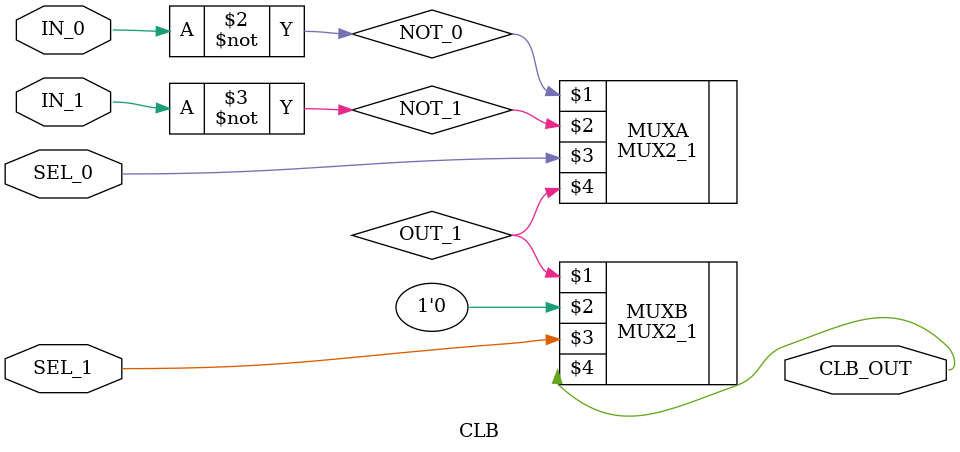
<source format=sv>
`timescale 1ns / 1ps


module CLB(
    input IN_0,
    input IN_1,
    input SEL_0,
    input SEL_1,
    output CLB_OUT
    );
    
    logic NOT_0,NOT_1,OUT_1;
    always_comb
    begin
        NOT_0 = ~IN_0;
        NOT_1 = ~IN_1;
    end
    
    MUX2_1 MUXA(NOT_0,NOT_1,SEL_0,OUT_1);
    MUX2_1 MUXB(OUT_1,1'b0,SEL_1,CLB_OUT);
    
endmodule

</source>
